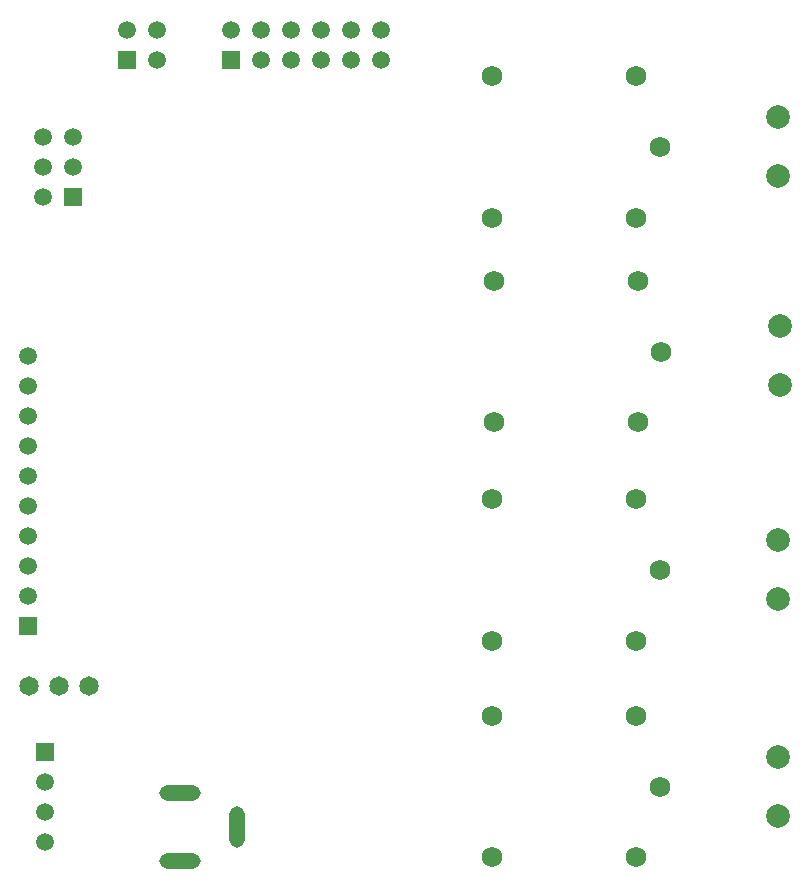
<source format=gbr>
%TF.GenerationSoftware,Altium Limited,Altium Designer,23.9.2 (47)*%
G04 Layer_Color=255*
%FSLAX45Y45*%
%MOMM*%
%TF.SameCoordinates,15915765-FD2E-4A0E-A91D-014651F65676*%
%TF.FilePolarity,Positive*%
%TF.FileFunction,Pads,Bot*%
%TF.Part,Single*%
G01*
G75*
%TA.AperFunction,ComponentPad*%
%ADD31R,1.50000X1.50000*%
%ADD32C,1.50000*%
%ADD33C,1.65100*%
%ADD34C,2.00000*%
%ADD35C,1.75000*%
%ADD36O,3.50800X1.30800*%
%ADD37O,1.30800X3.50800*%
%ADD38R,1.50000X1.50000*%
D31*
X1651000Y5930900D02*
D03*
X1790700Y4864100D02*
D03*
X2032000Y9563100D02*
D03*
D32*
X1651000Y6184900D02*
D03*
Y6692900D02*
D03*
Y6946900D02*
D03*
Y7200900D02*
D03*
Y7454900D02*
D03*
Y7708900D02*
D03*
Y7962900D02*
D03*
Y8216900D02*
D03*
Y6438900D02*
D03*
X1790700Y4610100D02*
D03*
Y4356100D02*
D03*
Y4102100D02*
D03*
X1778000Y9563100D02*
D03*
X2032000Y9817100D02*
D03*
X1778000D02*
D03*
X2032000Y10071100D02*
D03*
X1778000D02*
D03*
X2743200Y10972800D02*
D03*
Y10718800D02*
D03*
X2489200Y10972800D02*
D03*
X4635500D02*
D03*
Y10718800D02*
D03*
X4381500Y10972800D02*
D03*
Y10718800D02*
D03*
X4127500Y10972800D02*
D03*
Y10718800D02*
D03*
X3873500Y10972800D02*
D03*
Y10718800D02*
D03*
X3619500Y10972800D02*
D03*
Y10718800D02*
D03*
X3365500Y10972800D02*
D03*
D33*
X2166620Y5420360D02*
D03*
X1912620D02*
D03*
X1658620D02*
D03*
D34*
X8000000Y4320000D02*
D03*
Y4820000D02*
D03*
Y6154900D02*
D03*
Y6654900D02*
D03*
X8013700Y7966900D02*
D03*
Y8466900D02*
D03*
X8000000Y10235800D02*
D03*
Y9735800D02*
D03*
D35*
X6800000Y7004900D02*
D03*
X5580000Y5804900D02*
D03*
X6800000D02*
D03*
X7000000Y6404900D02*
D03*
X5580000Y7004900D02*
D03*
Y5170000D02*
D03*
X7000000Y4570000D02*
D03*
X6800000Y3970000D02*
D03*
X5580000D02*
D03*
X6800000Y5170000D02*
D03*
X5580000Y10585800D02*
D03*
X7000000Y9985800D02*
D03*
X6800000Y9385800D02*
D03*
X5580000D02*
D03*
X6800000Y10585800D02*
D03*
X5592700Y8852500D02*
D03*
X7012700Y8252500D02*
D03*
X6812700Y7652500D02*
D03*
X5592700D02*
D03*
X6812700Y8852500D02*
D03*
D36*
X2939200Y4519100D02*
D03*
Y3939100D02*
D03*
D37*
X3419200Y4229100D02*
D03*
D38*
X2489200Y10718800D02*
D03*
X3365500D02*
D03*
%TF.MD5,a01e67e3e63626856824051e719daa5d*%
M02*

</source>
